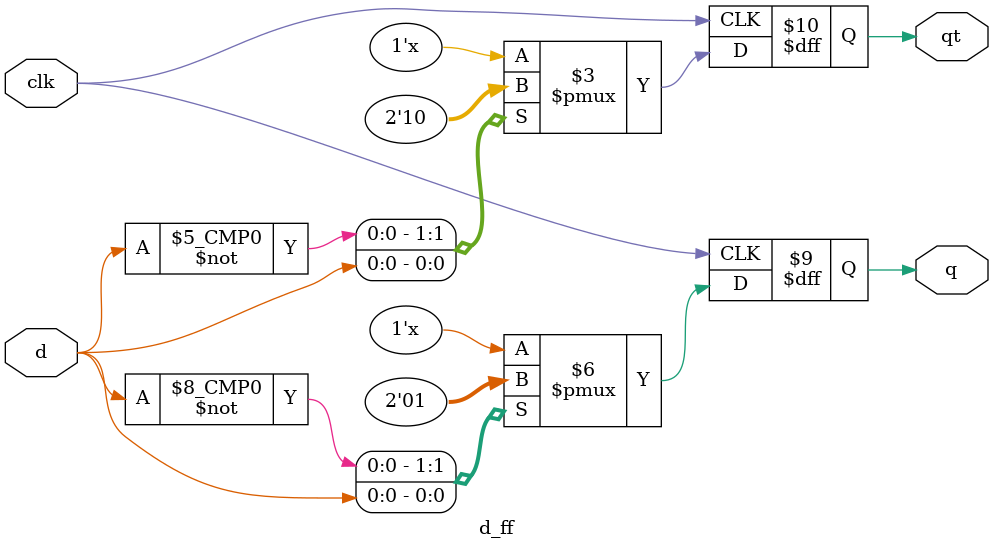
<source format=v>
module unishift(inp,out,x,y,clk,s1,s0);
input  [3:0]inp;
input s1,s0,x,y,clk;
output  [3:0]out;
wire w1,w2,w3,w4;
wire [3:0]out1;

mux_4x1 m1(out[0],out[1],x,inp[0],s0,s1,out1[0]);
mux_4x1 m2(out[1],out[2],out[0],inp[1],s0,s1,out1[1]);
mux_4x1 m3(out[2],out[3],out[1],inp[2],s0,s1,out1[2]);
mux_4x1 m4(out[3],y,out[2],inp[3],s0,s1,out1[3]);

d_ff d1(out1[0],out[0],w1,clk);
d_ff d2(out1[1],out[1],w2,clk);
d_ff d3(out1[2],out[2],w3,clk);
d_ff d4(out1[3],out[3],w4,clk);

endmodule

module mux_4x1(a,b,c,d,s0,s1,o);
input a,b,c,d,s1,s0;
output o;
assign o=
     ~s1&~s0&a |     //s0-lsb select line //s1-msb select line
	 ~s1&s0&b |
	 s1&~s0&c |
	 s1&s0&d ;
endmodule

module d_ff(d,q,qt,clk);
input d,clk;
output reg q,qt;
	 initial 
	 begin
	 q=0;
	 qt=1;
	 end
	 
	 always @( posedge clk)
	 begin
	 case({d})
	 1'b0: begin q=0; qt=1; end
     1'b1: begin q=1; qt=0; end
    endcase
    end	 
endmodule

</source>
